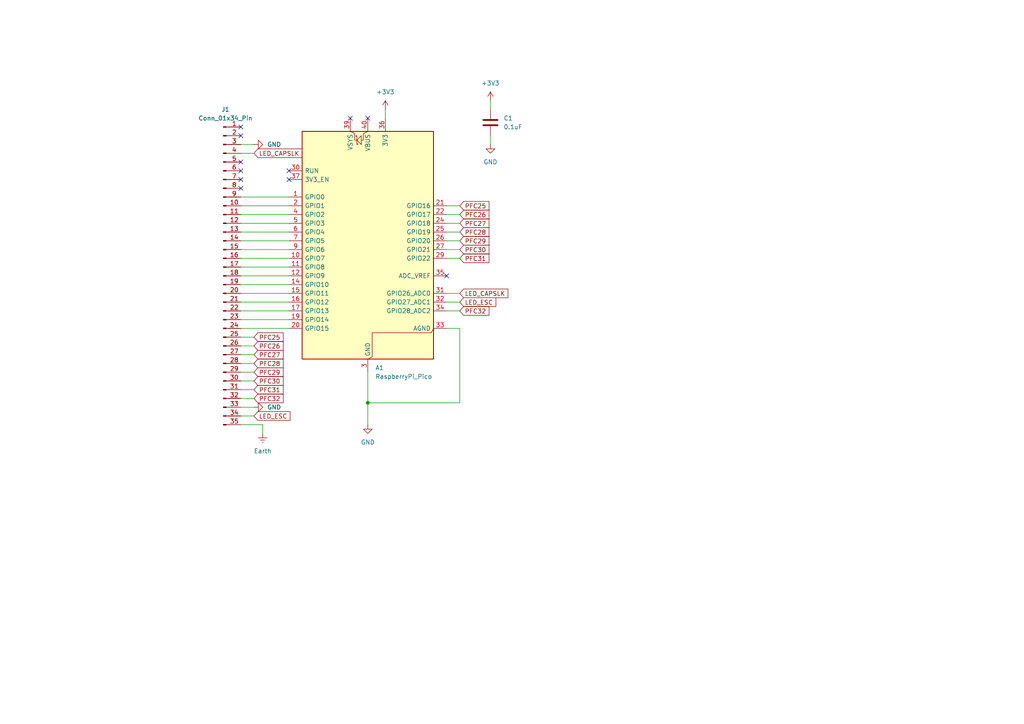
<source format=kicad_sch>
(kicad_sch (version 20250114) (generator "eeschema") (generator_version "9.0")
  (paper "A4")
  (lib_symbols
    (symbol "Connector:Conn_01x35_Pin" (pin_names (offset 1.016) (hide yes))
      (property "Reference" "J" (at 0 45.72 0))
      (property "Value" "Conn_01x35_Pin" (at 0 -45.72 0))
      (symbol "Conn_01x35_Pin_1_1"
        (rectangle (start 0.8636 43.307) (end 0 43.053) (stroke (width 0.1524)) (fill (type outline)))
        (rectangle (start 0.8636 40.767) (end 0 40.513) (stroke (width 0.1524)) (fill (type outline)))
        (rectangle (start 0.8636 38.227) (end 0 37.973) (stroke (width 0.1524)) (fill (type outline)))
        (rectangle (start 0.8636 35.687) (end 0 35.433) (stroke (width 0.1524)) (fill (type outline)))
        (rectangle (start 0.8636 33.147) (end 0 32.893) (stroke (width 0.1524)) (fill (type outline)))
        (rectangle (start 0.8636 30.607) (end 0 30.353) (stroke (width 0.1524)) (fill (type outline)))
        (rectangle (start 0.8636 28.067) (end 0 27.813) (stroke (width 0.1524)) (fill (type outline)))
        (rectangle (start 0.8636 25.527) (end 0 25.273) (stroke (width 0.1524)) (fill (type outline)))
        (rectangle (start 0.8636 22.987) (end 0 22.733) (stroke (width 0.1524)) (fill (type outline)))
        (rectangle (start 0.8636 20.447) (end 0 20.193) (stroke (width 0.1524)) (fill (type outline)))
        (rectangle (start 0.8636 17.907) (end 0 17.653) (stroke (width 0.1524)) (fill (type outline)))
        (rectangle (start 0.8636 15.367) (end 0 15.113) (stroke (width 0.1524)) (fill (type outline)))
        (rectangle (start 0.8636 12.827) (end 0 12.573) (stroke (width 0.1524)) (fill (type outline)))
        (rectangle (start 0.8636 10.287) (end 0 10.033) (stroke (width 0.1524)) (fill (type outline)))
        (rectangle (start 0.8636 7.747) (end 0 7.493) (stroke (width 0.1524)) (fill (type outline)))
        (rectangle (start 0.8636 5.207) (end 0 4.953) (stroke (width 0.1524)) (fill (type outline)))
        (rectangle (start 0.8636 2.667) (end 0 2.413) (stroke (width 0.1524)) (fill (type outline)))
        (rectangle (start 0.8636 0.127) (end 0 -0.127) (stroke (width 0.1524)) (fill (type outline)))
        (rectangle (start 0.8636 -2.413) (end 0 -2.667) (stroke (width 0.1524)) (fill (type outline)))
        (rectangle (start 0.8636 -4.953) (end 0 -5.207) (stroke (width 0.1524)) (fill (type outline)))
        (rectangle (start 0.8636 -7.493) (end 0 -7.747) (stroke (width 0.1524)) (fill (type outline)))
        (rectangle (start 0.8636 -10.033) (end 0 -10.287) (stroke (width 0.1524)) (fill (type outline)))
        (rectangle (start 0.8636 -12.573) (end 0 -12.827) (stroke (width 0.1524)) (fill (type outline)))
        (rectangle (start 0.8636 -15.113) (end 0 -15.367) (stroke (width 0.1524)) (fill (type outline)))
        (rectangle (start 0.8636 -17.653) (end 0 -17.907) (stroke (width 0.1524)) (fill (type outline)))
        (rectangle (start 0.8636 -20.193) (end 0 -20.447) (stroke (width 0.1524)) (fill (type outline)))
        (rectangle (start 0.8636 -22.733) (end 0 -22.987) (stroke (width 0.1524)) (fill (type outline)))
        (rectangle (start 0.8636 -25.273) (end 0 -25.527) (stroke (width 0.1524)) (fill (type outline)))
        (rectangle (start 0.8636 -27.813) (end 0 -28.067) (stroke (width 0.1524)) (fill (type outline)))
        (rectangle (start 0.8636 -30.353) (end 0 -30.607) (stroke (width 0.1524)) (fill (type outline)))
        (rectangle (start 0.8636 -32.893) (end 0 -33.147) (stroke (width 0.1524)) (fill (type outline)))
        (rectangle (start 0.8636 -35.433) (end 0 -35.687) (stroke (width 0.1524)) (fill (type outline)))
        (rectangle (start 0.8636 -37.973) (end 0 -38.227) (stroke (width 0.1524)) (fill (type outline)))
        (rectangle (start 0.8636 -40.513) (end 0 -40.767) (stroke (width 0.1524)) (fill (type outline)))
        (rectangle (start 0.8636 -43.053) (end 0 -43.307) (stroke (width 0.1524)) (fill (type outline)))
        (polyline (pts (xy 1.27 43.18) (xy 0.8636 43.18)) (stroke (width 0.1524)))
        (polyline (pts (xy 1.27 40.64) (xy 0.8636 40.64)) (stroke (width 0.1524)))
        (polyline (pts (xy 1.27 38.1) (xy 0.8636 38.1)) (stroke (width 0.1524)))
        (polyline (pts (xy 1.27 35.56) (xy 0.8636 35.56)) (stroke (width 0.1524)))
        (polyline (pts (xy 1.27 33.02) (xy 0.8636 33.02)) (stroke (width 0.1524)))
        (polyline (pts (xy 1.27 30.48) (xy 0.8636 30.48)) (stroke (width 0.1524)))
        (polyline (pts (xy 1.27 27.94) (xy 0.8636 27.94)) (stroke (width 0.1524)))
        (polyline (pts (xy 1.27 25.4) (xy 0.8636 25.4)) (stroke (width 0.1524)))
        (polyline (pts (xy 1.27 22.86) (xy 0.8636 22.86)) (stroke (width 0.1524)))
        (polyline (pts (xy 1.27 20.32) (xy 0.8636 20.32)) (stroke (width 0.1524)))
        (polyline (pts (xy 1.27 17.78) (xy 0.8636 17.78)) (stroke (width 0.1524)))
        (polyline (pts (xy 1.27 15.24) (xy 0.8636 15.24)) (stroke (width 0.1524)))
        (polyline (pts (xy 1.27 12.7) (xy 0.8636 12.7)) (stroke (width 0.1524)))
        (polyline (pts (xy 1.27 10.16) (xy 0.8636 10.16)) (stroke (width 0.1524)))
        (polyline (pts (xy 1.27 7.62) (xy 0.8636 7.62)) (stroke (width 0.1524)))
        (polyline (pts (xy 1.27 5.08) (xy 0.8636 5.08)) (stroke (width 0.1524)))
        (polyline (pts (xy 1.27 2.54) (xy 0.8636 2.54)) (stroke (width 0.1524)))
        (polyline (pts (xy 1.27 0) (xy 0.8636 0)) (stroke (width 0.1524)))
        (polyline (pts (xy 1.27 -2.54) (xy 0.8636 -2.54)) (stroke (width 0.1524)))
        (polyline (pts (xy 1.27 -5.08) (xy 0.8636 -5.08)) (stroke (width 0.1524)))
        (polyline (pts (xy 1.27 -7.62) (xy 0.8636 -7.62)) (stroke (width 0.1524)))
        (polyline (pts (xy 1.27 -10.16) (xy 0.8636 -10.16)) (stroke (width 0.1524)))
        (polyline (pts (xy 1.27 -12.7) (xy 0.8636 -12.7)) (stroke (width 0.1524)))
        (polyline (pts (xy 1.27 -15.24) (xy 0.8636 -15.24)) (stroke (width 0.1524)))
        (polyline (pts (xy 1.27 -17.78) (xy 0.8636 -17.78)) (stroke (width 0.1524)))
        (polyline (pts (xy 1.27 -20.32) (xy 0.8636 -20.32)) (stroke (width 0.1524)))
        (polyline (pts (xy 1.27 -22.86) (xy 0.8636 -22.86)) (stroke (width 0.1524)))
        (polyline (pts (xy 1.27 -25.4) (xy 0.8636 -25.4)) (stroke (width 0.1524)))
        (polyline (pts (xy 1.27 -27.94) (xy 0.8636 -27.94)) (stroke (width 0.1524)))
        (polyline (pts (xy 1.27 -30.48) (xy 0.8636 -30.48)) (stroke (width 0.1524)))
        (polyline (pts (xy 1.27 -33.02) (xy 0.8636 -33.02)) (stroke (width 0.1524)))
        (polyline (pts (xy 1.27 -35.56) (xy 0.8636 -35.56)) (stroke (width 0.1524)))
        (polyline (pts (xy 1.27 -38.1) (xy 0.8636 -38.1)) (stroke (width 0.1524)))
        (polyline (pts (xy 1.27 -40.64) (xy 0.8636 -40.64)) (stroke (width 0.1524)))
        (polyline (pts (xy 1.27 -43.18) (xy 0.8636 -43.18)) (stroke (width 0.1524)))
        (pin passive line (at 5.08 43.18 180) (length 3.81) (name "Pin_1") (number "1"))
        (pin passive line (at 5.08 40.64 180) (length 3.81) (name "Pin_2") (number "2"))
        (pin passive line (at 5.08 38.1 180) (length 3.81) (name "Pin_3") (number "3"))
        (pin passive line (at 5.08 35.56 180) (length 3.81) (name "Pin_4") (number "4"))
        (pin passive line (at 5.08 33.02 180) (length 3.81) (name "Pin_5") (number "5"))
        (pin passive line (at 5.08 30.48 180) (length 3.81) (name "Pin_6") (number "6"))
        (pin passive line (at 5.08 27.94 180) (length 3.81) (name "Pin_7") (number "7"))
        (pin passive line (at 5.08 25.4 180) (length 3.81) (name "Pin_8") (number "8"))
        (pin passive line (at 5.08 22.86 180) (length 3.81) (name "Pin_9") (number "9"))
        (pin passive line (at 5.08 20.32 180) (length 3.81) (name "Pin_10") (number "10"))
        (pin passive line (at 5.08 17.78 180) (length 3.81) (name "Pin_11") (number "11"))
        (pin passive line (at 5.08 15.24 180) (length 3.81) (name "Pin_12") (number "12"))
        (pin passive line (at 5.08 12.7 180) (length 3.81) (name "Pin_13") (number "13"))
        (pin passive line (at 5.08 10.16 180) (length 3.81) (name "Pin_14") (number "14"))
        (pin passive line (at 5.08 7.62 180) (length 3.81) (name "Pin_15") (number "15"))
        (pin passive line (at 5.08 5.08 180) (length 3.81) (name "Pin_16") (number "16"))
        (pin passive line (at 5.08 2.54 180) (length 3.81) (name "Pin_17") (number "17"))
        (pin passive line (at 5.08 0 180) (length 3.81) (name "Pin_18") (number "18"))
        (pin passive line (at 5.08 -2.54 180) (length 3.81) (name "Pin_19") (number "19"))
        (pin passive line (at 5.08 -5.08 180) (length 3.81) (name "Pin_20") (number "20"))
        (pin passive line (at 5.08 -7.62 180) (length 3.81) (name "Pin_21") (number "21"))
        (pin passive line (at 5.08 -10.16 180) (length 3.81) (name "Pin_22") (number "22"))
        (pin passive line (at 5.08 -12.7 180) (length 3.81) (name "Pin_23") (number "23"))
        (pin passive line (at 5.08 -15.24 180) (length 3.81) (name "Pin_24") (number "24"))
        (pin passive line (at 5.08 -17.78 180) (length 3.81) (name "Pin_25") (number "25"))
        (pin passive line (at 5.08 -20.32 180) (length 3.81) (name "Pin_26") (number "26"))
        (pin passive line (at 5.08 -22.86 180) (length 3.81) (name "Pin_27") (number "27"))
        (pin passive line (at 5.08 -25.4 180) (length 3.81) (name "Pin_28") (number "28"))
        (pin passive line (at 5.08 -27.94 180) (length 3.81) (name "Pin_29") (number "29"))
        (pin passive line (at 5.08 -30.48 180) (length 3.81) (name "Pin_30") (number "30"))
        (pin passive line (at 5.08 -33.02 180) (length 3.81) (name "Pin_31") (number "31"))
        (pin passive line (at 5.08 -35.56 180) (length 3.81) (name "Pin_32") (number "32"))
        (pin passive line (at 5.08 -38.1 180) (length 3.81) (name "Pin_33") (number "33"))
        (pin passive line (at 5.08 -40.64 180) (length 3.81) (name "Pin_34") (number "34"))
        (pin passive line (at 5.08 -43.18 180) (length 3.81) (name "Pin_35") (number "35"))
      )
    )
    (symbol "Device:C" (pin_numbers (hide yes)) (pin_names (offset 0.254))
      (property "Reference" "C" (at 0.635 2.54 0))
      (property "Value" "C" (at 0.635 -2.54 0))
      (symbol "C_0_1"
        (polyline (pts (xy -2.032 0.762) (xy 2.032 0.762)) (stroke (width 0.508)))
        (polyline (pts (xy -2.032 -0.762) (xy 2.032 -0.762)) (stroke (width 0.508)))
      )
      (symbol "C_1_1"
        (pin passive line (at 0 3.81 270) (length 2.794) (name "~") (number "1"))
        (pin passive line (at 0 -3.81 90) (length 2.794) (name "~") (number "2"))
      )
    )
    (symbol "MCU_Module:RaspberryPi_Pico" (pin_names (offset 0.762))
      (property "Reference" "A" (at -19.05 35.56 0))
      (property "Value" "RaspberryPi_Pico" (at 7.62 35.56 0))
      (symbol "RaspberryPi_Pico_0_1"
        (rectangle (start -19.05 34.29) (end 19.05 -31.75) (stroke (width 0.254)) (fill (type background)))
        (polyline (pts (xy -5.08 34.29) (xy -3.81 33.655) (xy -3.81 31.75) (xy -3.175 31.75)))
        (polyline (pts (xy -3.429 32.766) (xy -3.429 33.02) (xy -3.175 33.02) (xy -3.175 30.48) (xy -2.921 30.48) (xy -2.921 30.734)))
        (polyline (pts (xy -3.175 31.75) (xy -1.905 33.02) (xy -1.905 30.48) (xy -3.175 31.75)))
        (polyline (pts (xy 0 34.29) (xy -1.27 33.655) (xy -1.27 31.75) (xy -1.905 31.75)))
        (polyline (pts (xy 0 -31.75) (xy 1.27 -31.115) (xy 1.27 -24.13) (xy 18.415 -24.13) (xy 19.05 -22.86)))
      )
      (symbol "RaspberryPi_Pico_1_1"
        (pin passive line (at -22.86 22.86 0) (length 3.81) (name "RUN") (number "30"))
        (pin passive line (at -22.86 20.32 0) (length 3.81) (name "3V3_EN") (number "37"))
        (pin bidirectional line (at -22.86 15.24 0) (length 3.81) (name "GPIO0") (number "1"))
        (pin bidirectional line (at -22.86 12.7 0) (length 3.81) (name "GPIO1") (number "2"))
        (pin bidirectional line (at -22.86 10.16 0) (length 3.81) (name "GPIO2") (number "4"))
        (pin bidirectional line (at -22.86 7.62 0) (length 3.81) (name "GPIO3") (number "5"))
        (pin bidirectional line (at -22.86 5.08 0) (length 3.81) (name "GPIO4") (number "6"))
        (pin bidirectional line (at -22.86 2.54 0) (length 3.81) (name "GPIO5") (number "7"))
        (pin bidirectional line (at -22.86 0 0) (length 3.81) (name "GPIO6") (number "9"))
        (pin bidirectional line (at -22.86 -2.54 0) (length 3.81) (name "GPIO7") (number "10"))
        (pin bidirectional line (at -22.86 -5.08 0) (length 3.81) (name "GPIO8") (number "11"))
        (pin bidirectional line (at -22.86 -7.62 0) (length 3.81) (name "GPIO9") (number "12"))
        (pin bidirectional line (at -22.86 -10.16 0) (length 3.81) (name "GPIO10") (number "14"))
        (pin bidirectional line (at -22.86 -12.7 0) (length 3.81) (name "GPIO11") (number "15"))
        (pin bidirectional line (at -22.86 -15.24 0) (length 3.81) (name "GPIO12") (number "16"))
        (pin bidirectional line (at -22.86 -17.78 0) (length 3.81) (name "GPIO13") (number "17"))
        (pin bidirectional line (at -22.86 -20.32 0) (length 3.81) (name "GPIO14") (number "19"))
        (pin bidirectional line (at -22.86 -22.86 0) (length 3.81) (name "GPIO15") (number "20"))
        (pin power_in line (at -5.08 38.1 270) (length 3.81) (name "VSYS") (number "39"))
        (pin power_out line (at 0 38.1 270) (length 3.81) (name "VBUS") (number "40"))
        (pin passive line (at 0 -35.56 90) (length 3.81) (hide yes) (name "GND") (number "13"))
        (pin passive line (at 0 -35.56 90) (length 3.81) (hide yes) (name "GND") (number "18"))
        (pin passive line (at 0 -35.56 90) (length 3.81) (hide yes) (name "GND") (number "23"))
        (pin passive line (at 0 -35.56 90) (length 3.81) (hide yes) (name "GND") (number "28"))
        (pin power_out line (at 0 -35.56 90) (length 3.81) (name "GND") (number "3"))
        (pin passive line (at 0 -35.56 90) (length 3.81) (hide yes) (name "GND") (number "38"))
        (pin passive line (at 0 -35.56 90) (length 3.81) (hide yes) (name "GND") (number "8"))
        (pin power_out line (at 5.08 38.1 270) (length 3.81) (name "3V3") (number "36"))
        (pin bidirectional line (at 22.86 12.7 180) (length 3.81) (name "GPIO16") (number "21"))
        (pin bidirectional line (at 22.86 10.16 180) (length 3.81) (name "GPIO17") (number "22"))
        (pin bidirectional line (at 22.86 7.62 180) (length 3.81) (name "GPIO18") (number "24"))
        (pin bidirectional line (at 22.86 5.08 180) (length 3.81) (name "GPIO19") (number "25"))
        (pin bidirectional line (at 22.86 2.54 180) (length 3.81) (name "GPIO20") (number "26"))
        (pin bidirectional line (at 22.86 0 180) (length 3.81) (name "GPIO21") (number "27"))
        (pin bidirectional line (at 22.86 -2.54 180) (length 3.81) (name "GPIO22") (number "29"))
        (pin power_in line (at 22.86 -7.62 180) (length 3.81) (name "ADC_VREF") (number "35"))
        (pin bidirectional line (at 22.86 -12.7 180) (length 3.81) (name "GPIO26_ADC0") (number "31"))
        (pin bidirectional line (at 22.86 -15.24 180) (length 3.81) (name "GPIO27_ADC1") (number "32"))
        (pin bidirectional line (at 22.86 -17.78 180) (length 3.81) (name "GPIO28_ADC2") (number "34"))
        (pin power_out line (at 22.86 -22.86 180) (length 3.81) (name "AGND") (number "33"))
      )
    )
    (symbol "power:+3V3" (power) (pin_numbers (hide yes)) (pin_names (offset 0) (hide yes))
      (property "Value" "+3V3" (at 0 3.556 0))
      (symbol "+3V3_0_1"
        (polyline (pts (xy -0.762 1.27) (xy 0 2.54)))
        (polyline (pts (xy 0 2.54) (xy 0.762 1.27)))
        (polyline (pts (xy 0 0) (xy 0 2.54)))
      )
      (symbol "+3V3_1_1"
        (pin power_in line (at 0 0 90) (length 0) (name "~") (number "1"))
      )
    )
    (symbol "power:Earth" (power) (pin_numbers (hide yes)) (pin_names (offset 0) (hide yes))
      (property "Value" "Earth" (at 0 -3.81 0))
      (symbol "Earth_0_1"
        (polyline (pts (xy -0.635 -1.905) (xy 0.635 -1.905)))
        (polyline (pts (xy -0.127 -2.54) (xy 0.127 -2.54)))
        (polyline (pts (xy 0 -1.27) (xy 0 0)))
        (polyline (pts (xy 1.27 -1.27) (xy -1.27 -1.27)))
      )
      (symbol "Earth_1_1"
        (pin power_in line (at 0 0 270) (length 0) (name "~") (number "1"))
      )
    )
    (symbol "power:GND" (power) (pin_numbers (hide yes)) (pin_names (offset 0) (hide yes))
      (property "Value" "GND" (at 0 -3.81 0))
      (symbol "GND_0_1"
        (polyline (pts (xy 0 0) (xy 0 -1.27) (xy 1.27 -1.27) (xy 0 -2.54) (xy -1.27 -1.27) (xy 0 -1.27)))
      )
      (symbol "GND_1_1"
        (pin power_in line (at 0 0 270) (length 0) (name "~") (number "1"))
      )
    )
  )
  (junction (at 106.68 116.84))
  (no_connect (at 129.54 80.01))
  (no_connect (at 83.82 49.53))
  (no_connect (at 101.6 34.29))
  (no_connect (at 69.85 39.37))
  (no_connect (at 83.82 52.07))
  (no_connect (at 69.85 49.53))
  (no_connect (at 69.85 46.99))
  (no_connect (at 69.85 36.83))
  (no_connect (at 69.85 52.07))
  (no_connect (at 106.68 34.29))
  (no_connect (at 69.85 54.61))
  (wire (pts (xy 76.2 123.19) (xy 76.2 125.73)))
  (wire (pts (xy 69.85 67.31) (xy 83.82 67.31)))
  (wire (pts (xy 129.54 59.69) (xy 133.35 59.69)))
  (wire (pts (xy 106.68 107.95) (xy 106.68 116.84)))
  (wire (pts (xy 129.54 69.85) (xy 133.35 69.85)))
  (wire (pts (xy 69.85 102.87) (xy 73.66 102.87)))
  (wire (pts (xy 73.66 44.45) (xy 69.85 44.45)))
  (wire (pts (xy 142.24 29.21) (xy 142.24 31.75)))
  (wire (pts (xy 69.85 105.41) (xy 73.66 105.41)))
  (wire (pts (xy 69.85 59.69) (xy 83.82 59.69)))
  (wire (pts (xy 111.76 31.75) (xy 111.76 34.29)))
  (wire (pts (xy 69.85 74.93) (xy 83.82 74.93)))
  (wire (pts (xy 69.85 92.71) (xy 83.82 92.71)))
  (wire (pts (xy 69.85 97.79) (xy 73.66 97.79)))
  (wire (pts (xy 129.54 90.17) (xy 133.35 90.17)))
  (wire (pts (xy 69.85 95.25) (xy 83.82 95.25)))
  (wire (pts (xy 69.85 77.47) (xy 83.82 77.47)))
  (wire (pts (xy 129.54 95.25) (xy 133.35 95.25)))
  (wire (pts (xy 69.85 123.19) (xy 76.2 123.19)))
  (wire (pts (xy 73.66 118.11) (xy 69.85 118.11)))
  (wire (pts (xy 69.85 87.63) (xy 83.82 87.63)))
  (wire (pts (xy 69.85 90.17) (xy 83.82 90.17)))
  (wire (pts (xy 73.66 41.91) (xy 69.85 41.91)))
  (wire (pts (xy 69.85 113.03) (xy 73.66 113.03)))
  (wire (pts (xy 69.85 72.39) (xy 83.82 72.39)))
  (wire (pts (xy 69.85 107.95) (xy 73.66 107.95)))
  (wire (pts (xy 129.54 62.23) (xy 133.35 62.23)))
  (wire (pts (xy 69.85 82.55) (xy 83.82 82.55)))
  (wire (pts (xy 69.85 69.85) (xy 83.82 69.85)))
  (wire (pts (xy 69.85 62.23) (xy 83.82 62.23)))
  (wire (pts (xy 69.85 85.09) (xy 83.82 85.09)))
  (wire (pts (xy 83.82 57.15) (xy 69.85 57.15)))
  (wire (pts (xy 129.54 64.77) (xy 133.35 64.77)))
  (wire (pts (xy 142.24 39.37) (xy 142.24 41.91)))
  (wire (pts (xy 69.85 115.57) (xy 73.66 115.57)))
  (wire (pts (xy 69.85 64.77) (xy 83.82 64.77)))
  (wire (pts (xy 106.68 116.84) (xy 106.68 123.19)))
  (wire (pts (xy 69.85 80.01) (xy 83.82 80.01)))
  (wire (pts (xy 129.54 85.09) (xy 133.35 85.09)))
  (wire (pts (xy 69.85 110.49) (xy 73.66 110.49)))
  (wire (pts (xy 133.35 116.84) (xy 106.68 116.84)))
  (wire (pts (xy 129.54 74.93) (xy 133.35 74.93)))
  (wire (pts (xy 73.66 120.65) (xy 69.85 120.65)))
  (wire (pts (xy 133.35 95.25) (xy 133.35 116.84)))
  (wire (pts (xy 129.54 72.39) (xy 133.35 72.39)))
  (wire (pts (xy 69.85 100.33) (xy 73.66 100.33)))
  (wire (pts (xy 129.54 67.31) (xy 133.35 67.31)))
  (wire (pts (xy 129.54 87.63) (xy 133.35 87.63)))
  (global_label "LED_CAPSLK" (shape input) (at 73.66 44.45 0) (property "Intersheetrefs" "${INTERSHEET_REFS}" (effects (hide yes))))
  (global_label "LED_CAPSLK" (shape input) (at 133.35 85.09 0) (property "Intersheetrefs" "${INTERSHEET_REFS}" (effects (hide yes))))
  (global_label "PFC32" (shape input) (at 133.35 90.17 0) (property "Intersheetrefs" "${INTERSHEET_REFS}" (effects (hide yes))))
  (global_label "PFC30" (shape input) (at 73.66 110.49 0) (property "Intersheetrefs" "${INTERSHEET_REFS}" (effects (hide yes))))
  (global_label "PFC32" (shape input) (at 73.66 115.57 0) (property "Intersheetrefs" "${INTERSHEET_REFS}" (effects (hide yes))))
  (global_label "PFC31" (shape input) (at 133.35 74.93 0) (property "Intersheetrefs" "${INTERSHEET_REFS}" (effects (hide yes))))
  (global_label "PFC29" (shape input) (at 73.66 107.95 0) (property "Intersheetrefs" "${INTERSHEET_REFS}" (effects (hide yes))))
  (global_label "LED_ESC" (shape input) (at 73.66 120.65 0) (property "Intersheetrefs" "${INTERSHEET_REFS}" (effects (hide yes))))
  (global_label "PFC28" (shape input) (at 133.35 67.31 0) (property "Intersheetrefs" "${INTERSHEET_REFS}" (effects (hide yes))))
  (global_label "PFC26" (shape input) (at 73.66 100.33 0) (property "Intersheetrefs" "${INTERSHEET_REFS}" (effects (hide yes))))
  (global_label "PFC30" (shape input) (at 133.35 72.39 0) (property "Intersheetrefs" "${INTERSHEET_REFS}" (effects (hide yes))))
  (global_label "PFC31" (shape input) (at 73.66 113.03 0) (property "Intersheetrefs" "${INTERSHEET_REFS}" (effects (hide yes))))
  (global_label "LED_ESC" (shape input) (at 133.35 87.63 0) (property "Intersheetrefs" "${INTERSHEET_REFS}" (effects (hide yes))))
  (global_label "PFC25" (shape input) (at 73.66 97.79 0) (property "Intersheetrefs" "${INTERSHEET_REFS}" (effects (hide yes))))
  (global_label "PFC29" (shape input) (at 133.35 69.85 0) (property "Intersheetrefs" "${INTERSHEET_REFS}" (effects (hide yes))))
  (global_label "PFC25" (shape input) (at 133.35 59.69 0) (property "Intersheetrefs" "${INTERSHEET_REFS}" (effects (hide yes))))
  (global_label "PFC27" (shape input) (at 133.35 64.77 0) (property "Intersheetrefs" "${INTERSHEET_REFS}" (effects (hide yes))))
  (global_label "PFC28" (shape input) (at 73.66 105.41 0) (property "Intersheetrefs" "${INTERSHEET_REFS}" (effects (hide yes))))
  (global_label "PFC27" (shape input) (at 73.66 102.87 0) (property "Intersheetrefs" "${INTERSHEET_REFS}" (effects (hide yes))))
  (global_label "PFC26" (shape input) (at 133.35 62.23 0) (property "Intersheetrefs" "${INTERSHEET_REFS}" (effects (hide yes))))
  (symbol (lib_id "MCU_Module:RaspberryPi_Pico") (at 106.68 72.39 0) (unit 1)
    (property "Reference" "A1" (at 108.8233 106.68 0) (effects (justify left)))
    (property "Value" "RaspberryPi_Pico" (at 108.8233 109.22 0) (effects (justify left)))
    (property "Footprint" "Module:RaspberryPi_Pico_Common_SMD" (effects (hide yes)))
    (property "Datasheet" "https://datasheets.raspberrypi.com/pico/pico-datasheet.pdf" (effects (hide yes)))
    (property "Description" "Versatile and inexpensive microcontroller module powered by RP2040 dual-core Arm Cortex-M0+ processor up to 133 MHz, 264kB SRAM, 2MB QSPI flash; also supports Raspberry Pi Pico 2" (effects (hide yes)))
  )
  (symbol (lib_id "power:+3V3") (at 142.24 29.21 0) (unit 1)
    (property "Reference" "#PWR06" (effects (hide yes)))
    (property "Value" "+3V3" (at 142.24 24.13 0))
    (property "Description" "Power symbol creates a global label with name \"+3V3\"" (effects (hide yes)))
  )
  (symbol (lib_id "power:GND") (at 73.66 41.91 90) (unit 1)
    (property "Reference" "#PWR09" (effects (hide yes)))
    (property "Value" "GND" (at 77.47 41.9099 90) (effects (justify right)))
    (property "Description" "Power symbol creates a global label with name \"GND\" , ground" (effects (hide yes)))
  )
  (symbol (lib_id "power:GND") (at 142.24 41.91 0) (unit 1)
    (property "Reference" "#PWR07" (effects (hide yes)))
    (property "Value" "GND" (at 142.24 46.99 0))
    (property "Description" "Power symbol creates a global label with name \"GND\" , ground" (effects (hide yes)))
  )
  (symbol (lib_id "Connector:Conn_01x35_Pin") (at 64.77 80.01 0) (unit 1)
    (property "Reference" "J1" (at 65.405 31.75 0))
    (property "Value" "Conn_01x34_Pin" (at 65.405 34.29 0))
    (property "Footprint" "Connector:FFC-PFC_0.8mm_34Pin" (effects (hide yes)))
    (property "Description" "Generic connector, single row, 01x35, script generated" (effects (hide yes)))
  )
  (symbol (lib_id "power:Earth") (at 76.2 125.73 0) (mirror y) (unit 1)
    (property "Reference" "#PWR01" (effects (hide yes)))
    (property "Value" "Earth" (at 76.2 130.81 0))
    (property "Description" "Power symbol creates a global label with name \"Earth\"" (effects (hide yes)))
  )
  (symbol (lib_id "power:GND") (at 73.66 118.11 90) (unit 1)
    (property "Reference" "#PWR08" (effects (hide yes)))
    (property "Value" "GND" (at 77.47 118.1099 90) (effects (justify right)))
    (property "Description" "Power symbol creates a global label with name \"GND\" , ground" (effects (hide yes)))
  )
  (symbol (lib_id "power:+3V3") (at 111.76 31.75 0) (unit 1)
    (property "Reference" "#PWR05" (effects (hide yes)))
    (property "Value" "+3V3" (at 111.76 26.67 0))
    (property "Description" "Power symbol creates a global label with name \"+3V3\"" (effects (hide yes)))
  )
  (symbol (lib_id "power:GND") (at 106.68 123.19 0) (unit 1)
    (property "Reference" "#PWR02" (effects (hide yes)))
    (property "Value" "GND" (at 106.68 128.27 0))
    (property "Description" "Power symbol creates a global label with name \"GND\" , ground" (effects (hide yes)))
  )
  (symbol (lib_id "Device:C") (at 142.24 35.56 0) (unit 1)
    (property "Reference" "C1" (at 146.05 34.2899 0) (effects (justify left)))
    (property "Value" "0.1uF" (at 146.05 36.8299 0) (effects (justify left)))
    (property "Footprint" "Capacitor_SMD:C_0805_2012Metric_Pad1.18x1.45mm_HandSolder" (effects (hide yes)))
    (property "Description" "Unpolarized capacitor" (effects (hide yes)))
  )
)
</source>
